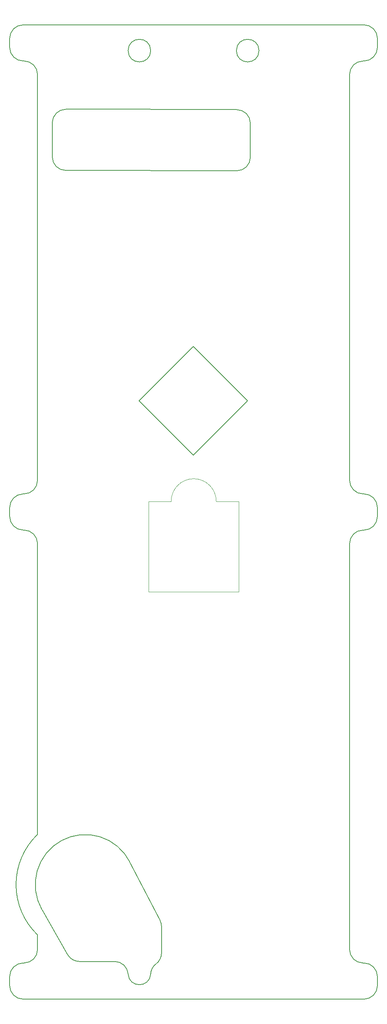
<source format=gbr>
%TF.GenerationSoftware,KiCad,Pcbnew,7.0.2-0*%
%TF.CreationDate,2024-05-08T20:31:55-07:00*%
%TF.ProjectId,new_X_Y_Panels,6e65775f-585f-4595-9f50-616e656c732e,1b*%
%TF.SameCoordinates,Original*%
%TF.FileFunction,Profile,NP*%
%FSLAX46Y46*%
G04 Gerber Fmt 4.6, Leading zero omitted, Abs format (unit mm)*
G04 Created by KiCad (PCBNEW 7.0.2-0) date 2024-05-08 20:31:55*
%MOMM*%
%LPD*%
G01*
G04 APERTURE LIST*
%TA.AperFunction,Profile*%
%ADD10C,0.100000*%
%TD*%
%TA.AperFunction,Profile*%
%ADD11C,0.200000*%
%TD*%
G04 APERTURE END LIST*
D10*
X74620000Y-126800000D02*
G75*
G03*
X64620000Y-126800000I-5000000J0D01*
G01*
X59620000Y-146800000D02*
X59620000Y-126800000D01*
X79620000Y-146800000D02*
X59620000Y-146800000D01*
X79620000Y-126800000D02*
X79620000Y-146800000D01*
X74620000Y-126800000D02*
X79620000Y-126800000D01*
X59620000Y-126800000D02*
X64620000Y-126800000D01*
D11*
X84085000Y-27105000D02*
G75*
G03*
X84085000Y-27105000I-2500000J0D01*
G01*
X104160000Y-225905000D02*
X104160000Y-136155000D01*
X110335000Y-128155000D02*
G75*
G03*
X107335000Y-125155000I-3000000J0D01*
G01*
X41671060Y-227049172D02*
X35967089Y-217075205D01*
X79181100Y-53693000D02*
G75*
G03*
X82181100Y-50693000I0J3000000D01*
G01*
X31835000Y-29405000D02*
X32010000Y-29405000D01*
X62485000Y-220840832D02*
X62485000Y-226694897D01*
X110335000Y-233905000D02*
X110335000Y-231905000D01*
X35010000Y-222681595D02*
X35010000Y-225905000D01*
X107335000Y-133155000D02*
G75*
G03*
X110335000Y-130155000I0J3000000D01*
G01*
X31835000Y-228905000D02*
G75*
G03*
X28835000Y-231905000I0J-3000000D01*
G01*
X61281039Y-229097906D02*
G75*
G03*
X60081380Y-231339481I1796361J-2403194D01*
G01*
X107160000Y-29405000D02*
G75*
G03*
X104160000Y-32405000I0J-3000000D01*
G01*
X32010000Y-228905000D02*
G75*
G03*
X35010000Y-225905000I0J3000000D01*
G01*
X41275000Y-40082600D02*
X79181100Y-40168200D01*
X28835000Y-233905000D02*
G75*
G03*
X31835000Y-236905000I3000000J0D01*
G01*
X107160000Y-133155000D02*
G75*
G03*
X104160000Y-136155000I0J-3000000D01*
G01*
X110335000Y-26405000D02*
X110335000Y-24405000D01*
X110335000Y-24405000D02*
G75*
G03*
X107335000Y-21405000I-3000000J0D01*
G01*
X28835000Y-26405000D02*
G75*
G03*
X31835000Y-29405000I3000000J0D01*
G01*
X110335000Y-231905000D02*
G75*
G03*
X107335000Y-228905000I-3000000J0D01*
G01*
X107335000Y-125155000D02*
X107160000Y-125155000D01*
X28835000Y-128155000D02*
X28835000Y-130155000D01*
X32010000Y-125155000D02*
X31835000Y-125155000D01*
X104160000Y-225905000D02*
G75*
G03*
X107160000Y-228905000I3000000J0D01*
G01*
X31835000Y-21405000D02*
G75*
G03*
X28835000Y-24405000I0J-3000000D01*
G01*
X107160000Y-133155000D02*
X107335000Y-133155000D01*
X104160000Y-122155000D02*
G75*
G03*
X107160000Y-125155000I3000000J0D01*
G01*
X107160000Y-29405000D02*
X107335000Y-29405000D01*
X28835000Y-130155000D02*
G75*
G03*
X31835000Y-133155000I3000000J0D01*
G01*
X61281020Y-229097880D02*
G75*
G03*
X62485000Y-226694897I-1796020J2402980D01*
G01*
X55090210Y-231366299D02*
G75*
G03*
X60081379Y-231339481I2494790J161299D01*
G01*
X38275000Y-50607400D02*
G75*
G03*
X41275000Y-53607400I3000000J0D01*
G01*
X32010000Y-125155000D02*
G75*
G03*
X35010000Y-122155000I0J3000000D01*
G01*
X107335000Y-228905000D02*
X107160000Y-228905000D01*
X35010000Y-32405000D02*
X35010000Y-122155000D01*
X110335000Y-130155000D02*
X110335000Y-128155000D01*
X35010000Y-136155000D02*
G75*
G03*
X32010000Y-133155000I-3000000J0D01*
G01*
X41275000Y-40082600D02*
G75*
G03*
X38275000Y-43082600I0J-3000000D01*
G01*
X82181100Y-43168200D02*
G75*
G03*
X79181100Y-40168200I-3000000J0D01*
G01*
X32010000Y-228905000D02*
X31835000Y-228905000D01*
X28835000Y-24405000D02*
X28835000Y-26405000D01*
X104160000Y-122155000D02*
X104160000Y-32405000D01*
X55090296Y-231366293D02*
G75*
G03*
X52096460Y-228559857I-2993696J-193507D01*
G01*
X107335000Y-29405000D02*
G75*
G03*
X110335000Y-26405000I0J3000000D01*
G01*
X79181100Y-53693000D02*
X41275000Y-53607400D01*
X60085000Y-27105000D02*
G75*
G03*
X60085000Y-27105000I-2500000J0D01*
G01*
X52096460Y-228559857D02*
X44275276Y-228559857D01*
X38275000Y-50607400D02*
X38275000Y-43082600D01*
X41671053Y-227049176D02*
G75*
G03*
X44275276Y-228559857I2604247J1489376D01*
G01*
X81532729Y-104569184D02*
X69511913Y-116590000D01*
X57491098Y-104569184D01*
X69511913Y-92548369D01*
X81532729Y-104569184D01*
X82181100Y-43168200D02*
X82181100Y-50693000D01*
X55422771Y-206478162D02*
X62148747Y-219460813D01*
X62484974Y-220840832D02*
G75*
G03*
X62148747Y-219460813I-3000074J32D01*
G01*
X28835000Y-231905000D02*
X28835000Y-233905000D01*
X35010000Y-32405000D02*
G75*
G03*
X32010000Y-29405000I-3000000J0D01*
G01*
X107335000Y-21405000D02*
X31835000Y-21405000D01*
X55422768Y-206478163D02*
G75*
G03*
X35967089Y-217075205I-9837768J-5096697D01*
G01*
X107335000Y-236905000D02*
G75*
G03*
X110335000Y-233905000I0J3000000D01*
G01*
X31835000Y-133155000D02*
X32010000Y-133155000D01*
X35010001Y-200468120D02*
G75*
G03*
X35010001Y-222681594I10575005J-11106737D01*
G01*
X31835000Y-236905000D02*
X107335000Y-236905000D01*
X35010000Y-136155000D02*
X35010000Y-200468119D01*
X31835000Y-125155000D02*
G75*
G03*
X28835000Y-128155000I0J-3000000D01*
G01*
M02*

</source>
